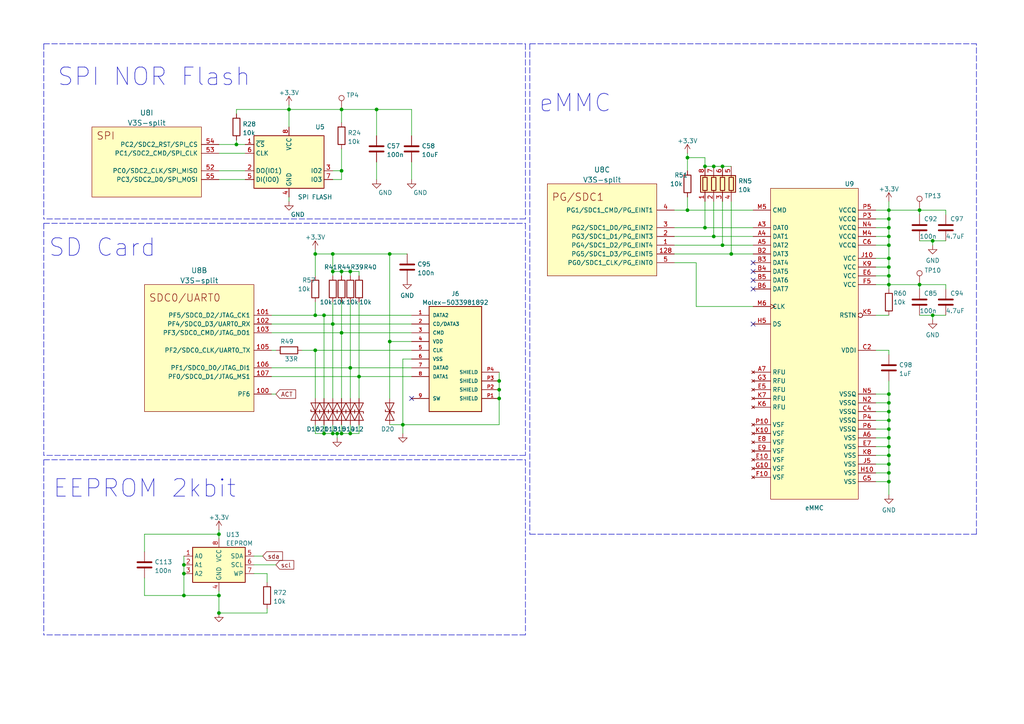
<source format=kicad_sch>
(kicad_sch (version 20211123) (generator eeschema)
  (paper "A4")
  (title_block (title "OzzyBoard") (date "2023-03-10") (rev "0.91"))
  (junction (at 199.39 60.96))
  (junction (at 257.81 121.92))
  (junction (at 63.5 154.94))
  (junction (at 270.51 69.85))
  (junction (at 257.81 127))
  (junction (at 257.81 71.12))
  (junction (at 257.81 80.01))
  (junction (at 93.98 91.44))
  (junction (at 101.6 106.68))
  (junction (at 99.06 96.52))
  (junction (at 270.51 91.44))
  (junction (at 257.81 137.16))
  (junction (at 96.52 125.73))
  (junction (at 257.81 60.96))
  (junction (at 257.81 119.38))
  (junction (at 96.52 93.98))
  (junction (at 96.52 73.66))
  (junction (at 83.82 31.75))
  (junction (at 104.14 109.22))
  (junction (at 109.22 31.75))
  (junction (at 257.81 77.47))
  (junction (at 266.7 60.96))
  (junction (at 91.44 101.6))
  (junction (at 96.52 78.74))
  (junction (at 257.81 134.62))
  (junction (at 91.44 91.44))
  (junction (at 91.44 73.66))
  (junction (at 63.5 177.8))
  (junction (at 257.81 68.58))
  (junction (at 99.06 78.74))
  (junction (at 53.34 163.83))
  (junction (at 207.01 68.58))
  (junction (at 257.81 116.84))
  (junction (at 68.58 41.91))
  (junction (at 53.34 166.37))
  (junction (at 116.84 123.19))
  (junction (at 204.47 66.04))
  (junction (at 257.81 63.5))
  (junction (at 257.81 74.93))
  (junction (at 101.6 78.74))
  (junction (at 101.6 125.73))
  (junction (at 93.98 125.73))
  (junction (at 63.5 172.72))
  (junction (at 257.81 124.46))
  (junction (at 99.06 125.73))
  (junction (at 199.39 45.72))
  (junction (at 207.01 48.26))
  (junction (at 257.81 132.08))
  (junction (at 53.34 172.72))
  (junction (at 204.47 48.26))
  (junction (at 113.03 73.66))
  (junction (at 144.78 110.49))
  (junction (at 99.06 31.75))
  (junction (at 266.7 82.55))
  (junction (at 257.81 114.3))
  (junction (at 209.55 48.26))
  (junction (at 113.03 99.06))
  (junction (at 99.06 49.53))
  (junction (at 257.81 66.04))
  (junction (at 144.78 113.03))
  (junction (at 257.81 82.55))
  (junction (at 209.55 71.12))
  (junction (at 97.79 125.73))
  (junction (at 144.78 115.57))
  (junction (at 257.81 139.7))
  (junction (at 212.09 73.66))
  (junction (at 257.81 129.54))
  (no_connect (at 119.38 115.57))
  (no_connect (at 218.44 93.98))
  (no_connect (at 218.44 78.74))
  (no_connect (at 218.44 81.28))
  (no_connect (at 218.44 76.2))
  (no_connect (at 218.44 83.82))
  (wire (pts (xy 109.22 31.75) (xy 119.38 31.75)))
  (wire (pts (xy 254 121.92) (xy 257.81 121.92)))
  (wire (pts (xy 257.81 116.84) (xy 257.81 119.38)))
  (wire (pts (xy 257.81 60.96) (xy 257.81 63.5)))
  (wire (pts (xy 254 129.54) (xy 257.81 129.54)))
  (wire (pts (xy 204.47 45.72) (xy 199.39 45.72)))
  (wire (pts (xy 257.81 58.42) (xy 257.81 60.96)))
  (wire (pts (xy 53.34 163.83) (xy 53.34 166.37)))
  (wire (pts (xy 96.52 125.73) (xy 97.79 125.73)))
  (polyline (pts (xy 283.21 154.94) (xy 283.21 12.7)))
  (wire (pts (xy 78.74 114.3) (xy 80.01 114.3)))
  (wire (pts (xy 254 68.58) (xy 257.81 68.58)))
  (wire (pts (xy 254 124.46) (xy 257.81 124.46)))
  (wire (pts (xy 68.58 33.02) (xy 68.58 31.75)))
  (wire (pts (xy 41.91 154.94) (xy 63.5 154.94)))
  (wire (pts (xy 254 137.16) (xy 257.81 137.16)))
  (polyline (pts (xy 153.67 12.7) (xy 283.21 12.7)))
  (wire (pts (xy 77.47 177.8) (xy 63.5 177.8)))
  (wire (pts (xy 257.81 127) (xy 257.81 129.54)))
  (wire (pts (xy 254 63.5) (xy 257.81 63.5)))
  (wire (pts (xy 209.55 58.42) (xy 209.55 71.12)))
  (wire (pts (xy 254 114.3) (xy 257.81 114.3)))
  (wire (pts (xy 257.81 66.04) (xy 257.81 68.58)))
  (wire (pts (xy 257.81 129.54) (xy 257.81 132.08)))
  (wire (pts (xy 195.58 66.04) (xy 204.47 66.04)))
  (polyline (pts (xy 12.7 12.7) (xy 152.4 12.7)))
  (wire (pts (xy 257.81 77.47) (xy 257.81 80.01)))
  (wire (pts (xy 254 82.55) (xy 257.81 82.55)))
  (wire (pts (xy 199.39 57.15) (xy 199.39 60.96)))
  (wire (pts (xy 63.5 172.72) (xy 63.5 171.45)))
  (wire (pts (xy 87.63 101.6) (xy 91.44 101.6)))
  (wire (pts (xy 274.32 82.55) (xy 274.32 83.82)))
  (wire (pts (xy 144.78 123.19) (xy 116.84 123.19)))
  (wire (pts (xy 254 116.84) (xy 257.81 116.84)))
  (wire (pts (xy 104.14 78.74) (xy 104.14 80.01)))
  (wire (pts (xy 113.03 73.66) (xy 113.03 99.06)))
  (wire (pts (xy 68.58 41.91) (xy 68.58 40.64)))
  (wire (pts (xy 83.82 31.75) (xy 83.82 36.83)))
  (wire (pts (xy 270.51 69.85) (xy 274.32 69.85)))
  (wire (pts (xy 254 80.01) (xy 257.81 80.01)))
  (wire (pts (xy 201.93 76.2) (xy 201.93 88.9)))
  (wire (pts (xy 113.03 99.06) (xy 119.38 99.06)))
  (wire (pts (xy 63.5 153.67) (xy 63.5 154.94)))
  (wire (pts (xy 254 119.38) (xy 257.81 119.38)))
  (wire (pts (xy 96.52 73.66) (xy 91.44 73.66)))
  (wire (pts (xy 99.06 96.52) (xy 119.38 96.52)))
  (wire (pts (xy 144.78 107.95) (xy 144.78 110.49)))
  (wire (pts (xy 101.6 125.73) (xy 104.14 125.73)))
  (wire (pts (xy 78.74 109.22) (xy 104.14 109.22)))
  (wire (pts (xy 204.47 58.42) (xy 204.47 66.04)))
  (wire (pts (xy 266.7 60.96) (xy 274.32 60.96)))
  (wire (pts (xy 96.52 93.98) (xy 96.52 115.57)))
  (wire (pts (xy 113.03 73.66) (xy 96.52 73.66)))
  (wire (pts (xy 270.51 69.85) (xy 270.51 71.12)))
  (wire (pts (xy 257.81 82.55) (xy 266.7 82.55)))
  (wire (pts (xy 99.06 43.18) (xy 99.06 49.53)))
  (wire (pts (xy 195.58 76.2) (xy 201.93 76.2)))
  (wire (pts (xy 254 77.47) (xy 257.81 77.47)))
  (wire (pts (xy 93.98 91.44) (xy 93.98 115.57)))
  (wire (pts (xy 195.58 73.66) (xy 212.09 73.66)))
  (wire (pts (xy 96.52 78.74) (xy 99.06 78.74)))
  (wire (pts (xy 199.39 45.72) (xy 199.39 49.53)))
  (wire (pts (xy 99.06 31.75) (xy 109.22 31.75)))
  (wire (pts (xy 254 101.6) (xy 257.81 101.6)))
  (wire (pts (xy 257.81 124.46) (xy 257.81 127)))
  (polyline (pts (xy 152.4 132.08) (xy 12.7 132.08)))
  (wire (pts (xy 104.14 87.63) (xy 104.14 109.22)))
  (wire (pts (xy 78.74 96.52) (xy 99.06 96.52)))
  (wire (pts (xy 53.34 172.72) (xy 63.5 172.72)))
  (wire (pts (xy 257.81 137.16) (xy 257.81 139.7)))
  (wire (pts (xy 63.5 44.45) (xy 71.12 44.45)))
  (wire (pts (xy 91.44 123.19) (xy 91.44 125.73)))
  (wire (pts (xy 101.6 78.74) (xy 104.14 78.74)))
  (wire (pts (xy 99.06 78.74) (xy 101.6 78.74)))
  (wire (pts (xy 91.44 72.39) (xy 91.44 73.66)))
  (wire (pts (xy 101.6 106.68) (xy 119.38 106.68)))
  (wire (pts (xy 97.79 125.73) (xy 97.79 127)))
  (wire (pts (xy 266.7 82.55) (xy 266.7 83.82)))
  (wire (pts (xy 99.06 87.63) (xy 99.06 96.52)))
  (wire (pts (xy 99.06 115.57) (xy 99.06 96.52)))
  (wire (pts (xy 77.47 168.91) (xy 77.47 166.37)))
  (wire (pts (xy 96.52 78.74) (xy 96.52 80.01)))
  (wire (pts (xy 96.52 123.19) (xy 96.52 125.73)))
  (wire (pts (xy 266.7 82.55) (xy 274.32 82.55)))
  (wire (pts (xy 104.14 109.22) (xy 119.38 109.22)))
  (wire (pts (xy 101.6 123.19) (xy 101.6 125.73)))
  (wire (pts (xy 109.22 39.37) (xy 109.22 31.75)))
  (wire (pts (xy 270.51 91.44) (xy 270.51 92.71)))
  (wire (pts (xy 257.81 74.93) (xy 257.81 77.47)))
  (wire (pts (xy 41.91 167.64) (xy 41.91 172.72)))
  (wire (pts (xy 257.81 80.01) (xy 257.81 82.55)))
  (polyline (pts (xy 12.7 133.35) (xy 12.7 184.15)))
  (wire (pts (xy 101.6 106.68) (xy 101.6 115.57)))
  (wire (pts (xy 204.47 48.26) (xy 207.01 48.26)))
  (wire (pts (xy 254 66.04) (xy 257.81 66.04)))
  (wire (pts (xy 96.52 93.98) (xy 119.38 93.98)))
  (polyline (pts (xy 153.67 154.94) (xy 283.21 154.94)))
  (wire (pts (xy 99.06 125.73) (xy 101.6 125.73)))
  (wire (pts (xy 257.81 114.3) (xy 257.81 116.84)))
  (wire (pts (xy 257.81 71.12) (xy 257.81 74.93)))
  (wire (pts (xy 144.78 110.49) (xy 144.78 113.03)))
  (wire (pts (xy 199.39 60.96) (xy 218.44 60.96)))
  (wire (pts (xy 119.38 104.14) (xy 116.84 104.14)))
  (wire (pts (xy 207.01 48.26) (xy 209.55 48.26)))
  (wire (pts (xy 109.22 46.99) (xy 109.22 52.07)))
  (wire (pts (xy 195.58 68.58) (xy 207.01 68.58)))
  (wire (pts (xy 116.84 123.19) (xy 116.84 125.73)))
  (wire (pts (xy 91.44 87.63) (xy 91.44 91.44)))
  (wire (pts (xy 63.5 52.07) (xy 71.12 52.07)))
  (wire (pts (xy 257.81 68.58) (xy 257.81 71.12)))
  (wire (pts (xy 91.44 91.44) (xy 93.98 91.44)))
  (wire (pts (xy 199.39 44.45) (xy 199.39 45.72)))
  (wire (pts (xy 254 71.12) (xy 257.81 71.12)))
  (wire (pts (xy 254 127) (xy 257.81 127)))
  (wire (pts (xy 119.38 39.37) (xy 119.38 31.75)))
  (wire (pts (xy 270.51 91.44) (xy 274.32 91.44)))
  (polyline (pts (xy 152.4 133.35) (xy 152.4 184.15)))
  (wire (pts (xy 91.44 101.6) (xy 91.44 115.57)))
  (wire (pts (xy 257.81 82.55) (xy 257.81 83.82)))
  (wire (pts (xy 195.58 60.96) (xy 199.39 60.96)))
  (wire (pts (xy 96.52 87.63) (xy 96.52 93.98)))
  (wire (pts (xy 104.14 125.73) (xy 104.14 123.19)))
  (wire (pts (xy 96.52 49.53) (xy 99.06 49.53)))
  (wire (pts (xy 83.82 31.75) (xy 99.06 31.75)))
  (wire (pts (xy 101.6 78.74) (xy 101.6 80.01)))
  (wire (pts (xy 195.58 71.12) (xy 209.55 71.12)))
  (wire (pts (xy 116.84 104.14) (xy 116.84 123.19)))
  (wire (pts (xy 63.5 154.94) (xy 63.5 156.21)))
  (wire (pts (xy 254 139.7) (xy 257.81 139.7)))
  (wire (pts (xy 257.81 63.5) (xy 257.81 66.04)))
  (wire (pts (xy 254 60.96) (xy 257.81 60.96)))
  (wire (pts (xy 266.7 91.44) (xy 270.51 91.44)))
  (wire (pts (xy 257.81 110.49) (xy 257.81 114.3)))
  (wire (pts (xy 91.44 101.6) (xy 119.38 101.6)))
  (wire (pts (xy 53.34 161.29) (xy 53.34 163.83)))
  (wire (pts (xy 41.91 172.72) (xy 53.34 172.72)))
  (wire (pts (xy 254 74.93) (xy 257.81 74.93)))
  (wire (pts (xy 78.74 91.44) (xy 91.44 91.44)))
  (wire (pts (xy 93.98 125.73) (xy 96.52 125.73)))
  (wire (pts (xy 257.81 101.6) (xy 257.81 102.87)))
  (wire (pts (xy 257.81 132.08) (xy 257.81 134.62)))
  (wire (pts (xy 97.79 125.73) (xy 99.06 125.73)))
  (wire (pts (xy 257.81 121.92) (xy 257.81 124.46)))
  (wire (pts (xy 144.78 115.57) (xy 144.78 123.19)))
  (wire (pts (xy 99.06 52.07) (xy 96.52 52.07)))
  (polyline (pts (xy 153.67 12.7) (xy 153.67 154.94)))
  (wire (pts (xy 113.03 73.66) (xy 118.11 73.66)))
  (wire (pts (xy 78.74 101.6) (xy 80.01 101.6)))
  (wire (pts (xy 254 91.44) (xy 257.81 91.44)))
  (wire (pts (xy 83.82 30.48) (xy 83.82 31.75)))
  (wire (pts (xy 119.38 46.99) (xy 119.38 52.07)))
  (wire (pts (xy 77.47 176.53) (xy 77.47 177.8)))
  (polyline (pts (xy 12.7 133.35) (xy 152.4 133.35)))
  (wire (pts (xy 209.55 71.12) (xy 218.44 71.12)))
  (wire (pts (xy 63.5 41.91) (xy 68.58 41.91)))
  (polyline (pts (xy 152.4 184.15) (xy 12.7 184.15)))
  (wire (pts (xy 113.03 99.06) (xy 113.03 115.57)))
  (wire (pts (xy 78.74 106.68) (xy 101.6 106.68)))
  (polyline (pts (xy 12.7 64.77) (xy 152.4 64.77)))
  (wire (pts (xy 274.32 60.96) (xy 274.32 62.23)))
  (wire (pts (xy 212.09 58.42) (xy 212.09 73.66)))
  (wire (pts (xy 201.93 88.9) (xy 218.44 88.9)))
  (wire (pts (xy 99.06 31.75) (xy 99.06 35.56)))
  (wire (pts (xy 254 132.08) (xy 257.81 132.08)))
  (wire (pts (xy 113.03 123.19) (xy 116.84 123.19)))
  (polyline (pts (xy 152.4 63.5) (xy 12.7 63.5)))
  (wire (pts (xy 71.12 41.91) (xy 68.58 41.91)))
  (wire (pts (xy 41.91 160.02) (xy 41.91 154.94)))
  (wire (pts (xy 77.47 166.37) (xy 73.66 166.37)))
  (wire (pts (xy 99.06 78.74) (xy 99.06 80.01)))
  (polyline (pts (xy 152.4 12.7) (xy 152.4 63.5)))
  (wire (pts (xy 63.5 49.53) (xy 71.12 49.53)))
  (wire (pts (xy 83.82 57.15) (xy 83.82 58.42)))
  (wire (pts (xy 257.81 139.7) (xy 257.81 143.51)))
  (wire (pts (xy 207.01 68.58) (xy 218.44 68.58)))
  (wire (pts (xy 266.7 60.96) (xy 266.7 62.23)))
  (wire (pts (xy 99.06 123.19) (xy 99.06 125.73)))
  (wire (pts (xy 212.09 73.66) (xy 218.44 73.66)))
  (wire (pts (xy 93.98 123.19) (xy 93.98 125.73)))
  (wire (pts (xy 257.81 60.96) (xy 266.7 60.96)))
  (wire (pts (xy 266.7 69.85) (xy 270.51 69.85)))
  (wire (pts (xy 63.5 172.72) (xy 63.5 177.8)))
  (wire (pts (xy 104.14 109.22) (xy 104.14 115.57)))
  (wire (pts (xy 204.47 45.72) (xy 204.47 48.26)))
  (wire (pts (xy 96.52 73.66) (xy 96.52 78.74)))
  (wire (pts (xy 93.98 91.44) (xy 119.38 91.44)))
  (wire (pts (xy 78.74 93.98) (xy 96.52 93.98)))
  (wire (pts (xy 101.6 87.63) (xy 101.6 106.68)))
  (wire (pts (xy 80.01 163.83) (xy 73.66 163.83)))
  (wire (pts (xy 257.81 119.38) (xy 257.81 121.92)))
  (wire (pts (xy 68.58 31.75) (xy 83.82 31.75)))
  (wire (pts (xy 76.2 161.29) (xy 73.66 161.29)))
  (wire (pts (xy 254 134.62) (xy 257.81 134.62)))
  (polyline (pts (xy 152.4 64.77) (xy 152.4 132.08)))
  (wire (pts (xy 257.81 134.62) (xy 257.81 137.16)))
  (wire (pts (xy 204.47 66.04) (xy 218.44 66.04)))
  (polyline (pts (xy 12.7 64.77) (xy 12.7 132.08)))
  (wire (pts (xy 91.44 125.73) (xy 93.98 125.73)))
  (wire (pts (xy 91.44 73.66) (xy 91.44 80.01)))
  (polyline (pts (xy 12.7 12.7) (xy 12.7 63.5)))
  (wire (pts (xy 99.06 49.53) (xy 99.06 52.07)))
  (wire (pts (xy 207.01 58.42) (xy 207.01 68.58)))
  (wire (pts (xy 209.55 48.26) (xy 212.09 48.26)))
  (wire (pts (xy 53.34 166.37) (xy 53.34 172.72)))
  (wire (pts (xy 144.78 113.03) (xy 144.78 115.57)))
  (text "SD Card\n" (at 13.97 74.93 0) (effects (font (size 5.08 5.08)) (justify left bottom)))
  (text "EEPROM 2kbit" (at 15.24 144.78 0) (effects (font (size 5.08 5.08)) (justify left bottom)))
  (text "SPI NOR Flash" (at 16.51 25.4 0) (effects (font (size 5.08 5.08)) (justify left bottom)))
  (text "eMMC" (at 156.21 33.02 0) (effects (font (size 5.08 5.08)) (justify left bottom)))
  (global_label "scl" (shape input) (at 80.01 163.83 0) (property "Intersheet References" "${INTERSHEET_REFS}" (effects hide)))
  (global_label "sda" (shape input) (at 76.2 161.29 0) (property "Intersheet References" "${INTERSHEET_REFS}" (effects hide)))
  (global_label "ACT" (shape input) (at 80.01 114.3 0) (property "Intersheet References" "${INTERSHEET_REFS}" (effects hide)))
  (symbol (lib_id "Memory_EEPROM:CAT24C256") (at 63.5 163.83 0) (unit 1)
    (property "Reference" "U13" (at 65.5194 155.0502 0) (effects (justify left)))
    (property "Value" "EEPROM" (at 65.5194 157.5871 0) (effects (justify left)))
    (property "Footprint" "Package_SO:SOIC-8_3.9x4.9mm_P1.27mm" (effects hide))
    (property "Datasheet" "https://www.onsemi.cn/PowerSolutions/document/CAT24C256-D.PDF" (effects hide))
    (property "LCSC" "C7562" (effects hide))
  )
  (symbol (lib_id "power:GND") (at 83.82 58.42 0) (unit 1)
    (property "Reference" "#PWR0130" (effects hide))
    (property "Value" "GND" (at 86.36 62.23 0))
  )
  (symbol (lib_id "Memory_Flash:W25Q128JVS") (at 83.82 46.99 0) (unit 1)
    (property "Reference" "U5" (at 91.44 36.83 0) (effects (justify left)))
    (property "Value" "SPI FLASH" (at 86.36 57.15 0) (effects (justify left)))
    (property "Footprint" "Package_SO:SOIC-8_5.23x5.23mm_P1.27mm" (effects hide))
    (property "Datasheet" "http://www.winbond.com/resource-files/w25q128jv_dtr%20revc%2003272018%20plus.pdf" (effects hide))
    (property "LCSC" "C97521" (effects hide))
  )
  (symbol (lib_id "Device:R") (at 257.81 87.63 0) (unit 1)
    (property "Reference" "R60" (at 259.08 85.09 0) (effects (justify left)))
    (property "Value" "10k" (at 259.08 87.63 0) (effects (justify left)))
    (property "Footprint" "Resistor_SMD:R_0402_1005Metric" (effects hide))
    (property "LCSC" "C25744" (effects hide))
  )
  (symbol (lib_id "Device:R") (at 104.14 83.82 0) (unit 1)
    (property "Reference" "R40" (at 105.41 77.47 0) (effects (justify left)))
    (property "Value" "10k" (at 104.14 87.63 0) (effects (justify left)))
    (property "Footprint" "Resistor_SMD:R_0402_1005Metric" (effects hide))
    (property "LCSC" "C25744" (effects hide))
  )
  (symbol (lib_id "power:+3.3V") (at 257.81 58.42 0) (unit 1)
    (property "Reference" "#PWR0138" (effects hide))
    (property "Value" "+3.3V" (at 257.81 54.8442 0))
  )
  (symbol (lib_id "Device:C") (at 266.7 87.63 0) (unit 1)
    (property "Reference" "C85" (at 267.97 85.09 0) (effects (justify left)))
    (property "Value" "100n" (at 266.7 90.17 0) (effects (justify left)))
    (property "Footprint" "Capacitor_SMD:C_0402_1005Metric" (effects hide))
    (property "LCSC" "C1525" (effects hide))
  )
  (symbol (lib_id "Device:R") (at 77.47 172.72 0) (unit 1)
    (property "Reference" "R72" (at 79.248 171.8853 0) (effects (justify left)))
    (property "Value" "10k" (at 79.248 174.4222 0) (effects (justify left)))
    (property "Footprint" "Resistor_SMD:R_0402_1005Metric" (effects hide))
    (property "LCSC" "C25744" (effects hide))
  )
  (symbol (lib_id "Device:R") (at 99.06 83.82 0) (unit 1)
    (property "Reference" "R44" (at 97.79 77.47 0) (effects (justify left)))
    (property "Value" "10k" (at 96.52 87.63 0) (effects (justify left)))
    (property "Footprint" "Resistor_SMD:R_0402_1005Metric" (effects hide))
    (property "LCSC" "C25744" (effects hide))
  )
  (symbol (lib_id "Device:R") (at 83.82 101.6 270) (unit 1)
    (property "Reference" "R49" (at 81.28 99.06 90) (effects (justify left)))
    (property "Value" "33R" (at 82.55 104.14 90) (effects (justify left)))
    (property "Footprint" "Resistor_SMD:R_0402_1005Metric" (effects hide))
    (property "LCSC" "C25105" (effects hide))
  )
  (symbol (lib_id "power:+3.3V") (at 199.39 44.45 0) (unit 1)
    (property "Reference" "#PWR0137" (effects hide))
    (property "Value" "+3.3V" (at 199.39 40.8742 0))
  )
  (symbol (lib_id "Device:R") (at 101.6 83.82 0) (unit 1)
    (property "Reference" "R39" (at 101.6 77.47 0) (effects (justify left)))
    (property "Value" "10k" (at 100.33 87.63 0) (effects (justify left)))
    (property "Footprint" "Resistor_SMD:R_0402_1005Metric" (effects hide))
    (property "LCSC" "C25744" (effects hide))
  )
  (symbol (lib_id "power:GND") (at 119.38 52.07 0) (unit 1)
    (property "Reference" "#PWR0144" (effects hide))
    (property "Value" "GND" (at 121.92 55.88 0))
  )
  (symbol (lib_id "Device:R") (at 99.06 39.37 0) (unit 1)
    (property "Reference" "R24" (at 100.838 38.5353 0) (effects (justify left)))
    (property "Value" "10k" (at 100.838 41.0722 0) (effects (justify left)))
    (property "Footprint" "Resistor_SMD:R_0402_1005Metric" (effects hide))
    (property "LCSC" "C25744" (effects hide))
  )
  (symbol (lib_id "Connector:TestPoint") (at 99.06 31.75 0) (unit 1) (in_bom no)
    (property "Reference" "TP4" (at 100.457 27.6133 0) (effects (justify left)))
    (property "Value" "TestPoint" (effects hide))
    (property "Footprint" "TestPoint:TestPoint_Pad_D1.0mm" (effects hide))
  )
  (symbol (lib_id "Device:C") (at 274.32 87.63 0) (unit 1)
    (property "Reference" "C94" (at 275.59 85.09 0) (effects (justify left)))
    (property "Value" "4.7uF" (at 274.32 90.17 0) (effects (justify left)))
    (property "Footprint" "Capacitor_SMD:C_0402_1005Metric" (effects hide))
    (property "LCSC" "C23733" (effects hide))
  )
  (symbol (lib_id "Device:C") (at 266.7 66.04 0) (unit 1)
    (property "Reference" "C92" (at 267.97 63.5 0) (effects (justify left)))
    (property "Value" "100n" (at 266.7 68.58 0) (effects (justify left)))
    (property "Footprint" "Capacitor_SMD:C_0402_1005Metric" (effects hide))
    (property "LCSC" "C1525" (effects hide))
  )
  (symbol (lib_id "Device:C") (at 109.22 43.18 0) (unit 1)
    (property "Reference" "C57" (at 112.141 42.3453 0) (effects (justify left)))
    (property "Value" "100n" (at 112.141 44.8822 0) (effects (justify left)))
    (property "Footprint" "Capacitor_SMD:C_0402_1005Metric" (effects hide))
    (property "LCSC" "C1525" (effects hide))
  )
  (symbol (lib_id "Diode:ESD9B3.3ST5G") (at 101.6 119.38 270) (unit 1)
    (property "Reference" "D14" (at 99.06 124.46 90) (effects (justify left)))
    (property "Value" "ESD5451X-2/TR" (effects hide))
    (property "Footprint" "ESD:ESD5451X-2" (effects hide))
    (property "LCSC" "C239558" (effects hide))
  )
  (symbol (lib_id "Connector:TestPoint") (at 266.7 60.96 0) (unit 1) (in_bom no)
    (property "Reference" "TP13" (at 268.097 56.8233 0) (effects (justify left)))
    (property "Value" "TestPoint" (effects hide))
    (property "Footprint" "TestPoint:TestPoint_Pad_D1.0mm" (effects hide))
  )
  (symbol (lib_id "Diode:ESD9B3.3ST5G") (at 91.44 119.38 270) (unit 1)
    (property "Reference" "D16" (at 88.9 124.46 90) (effects (justify left)))
    (property "Value" "ESD5451X-2/TR" (effects hide))
    (property "Footprint" "ESD:ESD5451X-2" (effects hide))
    (property "LCSC" "C239558" (effects hide))
  )
  (symbol (lib_id "Device:C") (at 257.81 106.68 0) (unit 1)
    (property "Reference" "C98" (at 260.731 105.8453 0) (effects (justify left)))
    (property "Value" "1uF" (at 260.731 108.3822 0) (effects (justify left)))
    (property "Footprint" "Capacitor_SMD:C_0402_1005Metric" (effects hide))
    (property "LCSC" "C52923" (effects hide))
  )
  (symbol (lib_id "Device:C") (at 118.11 77.47 0) (unit 1)
    (property "Reference" "C95" (at 121.031 76.6353 0) (effects (justify left)))
    (property "Value" "100n" (at 121.031 79.1722 0) (effects (justify left)))
    (property "Footprint" "Capacitor_SMD:C_0402_1005Metric" (effects hide))
    (property "LCSC" "C1525" (effects hide))
  )
  (symbol (lib_id "power:GND") (at 257.81 143.51 0) (unit 1)
    (property "Reference" "#PWR0139" (effects hide))
    (property "Value" "GND" (at 257.81 147.9534 0))
  )
  (symbol (lib_id "power:GND") (at 118.11 81.28 0) (unit 1)
    (property "Reference" "#PWR015" (effects hide))
    (property "Value" "GND" (at 118.11 85.7234 0))
  )
  (symbol (lib_id "power:GND") (at 97.79 127 0) (unit 1)
    (property "Reference" "#PWR014" (effects hide))
    (property "Value" "GND" (effects hide))
  )
  (symbol (lib_id "power:GND") (at 270.51 92.71 0) (unit 1)
    (property "Reference" "#PWR0141" (effects hide))
    (property "Value" "GND" (at 270.51 97.1534 0))
  )
  (symbol (lib_id "Diode:ESD9B3.3ST5G") (at 113.03 119.38 270) (unit 1)
    (property "Reference" "D20" (at 110.49 124.46 90) (effects (justify left)))
    (property "Value" "ESD5451X-2/TR" (effects hide))
    (property "Footprint" "ESD:ESD5451X-2" (effects hide))
    (property "LCSC" "C239558" (effects hide))
  )
  (symbol (lib_id "power:GND") (at 116.84 125.73 0) (unit 1)
    (property "Reference" "#PWR016" (effects hide))
    (property "Value" "GND" (effects hide))
  )
  (symbol (lib_id "Device:C") (at 119.38 43.18 0) (unit 1)
    (property "Reference" "C58" (at 122.301 42.3453 0) (effects (justify left)))
    (property "Value" "10uF" (at 122.301 44.8822 0) (effects (justify left)))
    (property "Footprint" "Capacitor_SMD:C_0603_1608Metric" (effects hide))
    (property "LCSC" "C19702" (effects hide))
  )
  (symbol (lib_id "power:+3.3V") (at 63.5 153.67 0) (unit 1)
    (property "Reference" "#PWR0167" (effects hide))
    (property "Value" "+3.3V" (at 63.5 150.0942 0))
  )
  (symbol (lib_id "power:GND") (at 270.51 71.12 0) (unit 1)
    (property "Reference" "#PWR0140" (effects hide))
    (property "Value" "GND" (at 270.51 75.5634 0))
  )
  (symbol (lib_id "Device:C") (at 41.91 163.83 0) (unit 1)
    (property "Reference" "C113" (at 44.831 162.9953 0) (effects (justify left)))
    (property "Value" "100n" (at 44.831 165.5322 0) (effects (justify left)))
    (property "Footprint" "Capacitor_SMD:C_0402_1005Metric" (effects hide))
    (property "LCSC" "C1525" (effects hide))
  )
  (symbol (lib_id "power:+3.3V") (at 91.44 72.39 0) (unit 1)
    (property "Reference" "#PWR013" (effects hide))
    (property "Value" "+3.3V" (at 91.44 68.8142 0))
  )
  (symbol (lib_id "Allwinner:V3S-split") (at 176.53 118.11 0) (unit 3)
    (property "Reference" "U8" (at 174.625 49.231 0) (effects (font (size 1.4986 1.4986))))
    (property "Value" "V3S-split" (at 174.625 52.1787 0) (effects (font (size 1.4986 1.4986))))
    (property "Footprint" "Allwinner:V3s-ELQFP-128" (effects hide))
    (property "LCSC" "C2687449" (effects hide))
  )
  (symbol (lib_id "Device:R") (at 68.58 36.83 0) (unit 1)
    (property "Reference" "R28" (at 70.358 35.9953 0) (effects (justify left)))
    (property "Value" "10k" (at 70.358 38.5322 0) (effects (justify left)))
    (property "Footprint" "Resistor_SMD:R_0402_1005Metric" (effects hide))
    (property "LCSC" "C25744" (effects hide))
  )
  (symbol (lib_id "Device:C") (at 274.32 66.04 0) (unit 1)
    (property "Reference" "C97" (at 275.59 63.5 0) (effects (justify left)))
    (property "Value" "4.7uF" (at 274.32 68.58 0) (effects (justify left)))
    (property "Footprint" "Capacitor_SMD:C_0402_1005Metric" (effects hide))
    (property "LCSC" "C23733" (effects hide))
  )
  (symbol (lib_id "Diode:ESD9B3.3ST5G") (at 104.14 119.38 270) (unit 1)
    (property "Reference" "D12" (at 101.6 124.46 90) (effects (justify left)))
    (property "Value" "ESD5451X-2/TR" (effects hide))
    (property "Footprint" "ESD:ESD5451X-2" (effects hide))
    (property "LCSC" "C239558" (effects hide))
  )
  (symbol (lib_id "power:GND") (at 63.5 177.8 0) (unit 1)
    (property "Reference" "#PWR0169" (effects hide))
    (property "Value" "GND" (effects hide))
  )
  (symbol (lib_id "Device:R") (at 91.44 83.82 0) (unit 1)
    (property "Reference" "R57" (at 87.63 81.28 0) (effects (justify left)))
    (property "Value" "10k" (at 86.36 83.82 0) (effects (justify left)))
    (property "Footprint" "Resistor_SMD:R_0402_1005Metric" (effects hide))
    (property "LCSC" "C25744" (effects hide))
  )
  (symbol (lib_id "Diode:ESD9B3.3ST5G") (at 99.06 119.38 270) (unit 1)
    (property "Reference" "D15" (at 96.52 124.46 90) (effects (justify left)))
    (property "Value" "ESD5451X-2/TR" (effects hide))
    (property "Footprint" "ESD:ESD5451X-2" (effects hide))
    (property "LCSC" "C239558" (effects hide))
  )
  (symbol (lib_id "power:GND") (at 109.22 52.07 0) (unit 1)
    (property "Reference" "#PWR0129" (effects hide))
    (property "Value" "GND" (at 111.76 55.88 0))
  )
  (symbol (lib_id "emmc:FEMDRM008G-58A39_NO_NC") (at 241.3 95.25 0) (unit 1)
    (property "Reference" "U9" (at 246.38 53.34 0))
    (property "Value" "eMMC" (at 236.22 147.32 0))
    (property "Footprint" "EMMC:EMMC_JLCP" (effects hide))
    (property "LCSC" "C719499" (effects hide))
  )
  (symbol (lib_id "47352-1001:47352-1001") (at 132.08 104.14 0) (unit 1)
    (property "Reference" "J6" (at 132.08 85.2002 0))
    (property "Value" "Molex-5033981892" (at 132.08 87.7371 0))
    (property "Footprint" "custom:MOLEX_503398-1892" (effects hide))
    (property "LCSC" "C428492" (effects hide))
  )
  (symbol (lib_id "Diode:ESD9B3.3ST5G") (at 96.52 119.38 270) (unit 1)
    (property "Reference" "D13" (at 93.98 124.46 90) (effects (justify left)))
    (property "Value" "ESD5451X-2/TR" (effects hide))
    (property "Footprint" "ESD:ESD5451X-2" (effects hide))
    (property "LCSC" "C239558" (effects hide))
  )
  (symbol (lib_id "Device:R") (at 96.52 83.82 0) (unit 1)
    (property "Reference" "R41" (at 93.98 77.47 0) (effects (justify left)))
    (property "Value" "10k" (at 92.71 87.63 0) (effects (justify left)))
    (property "Footprint" "Resistor_SMD:R_0402_1005Metric" (effects hide))
    (property "LCSC" "C25744" (effects hide))
  )
  (symbol (lib_id "Device:R_Pack04") (at 209.55 53.34 0) (unit 1)
    (property "Reference" "RN5" (at 214.122 52.5053 0) (effects (justify left)))
    (property "Value" "10k" (at 214.122 55.0422 0) (effects (justify left)))
    (property "Footprint" "Resistor_SMD:R_Array_Concave_4x0402" (effects hide))
    (property "LCSC" "C25725" (effects hide))
  )
  (symbol (lib_name "V3S-split_1") (lib_id "Allwinner:V3S-split") (at 44.45 101.6 0) (unit 9)
    (property "Reference" "U8" (at 42.545 32.721 0) (effects (font (size 1.4986 1.4986))))
    (property "Value" "V3S-split" (at 42.545 35.6687 0) (effects (font (size 1.4986 1.4986))))
    (property "Footprint" "Allwinner:V3s-ELQFP-128" (effects hide))
    (property "LCSC" "C2687449" (effects hide))
  )
  (symbol (lib_name "V3S-split_2") (lib_id "Allwinner:V3S-split") (at 59.69 147.32 0) (unit 2)
    (property "Reference" "U8" (at 57.785 78.441 0) (effects (font (size 1.4986 1.4986))))
    (property "Value" "V3S-split" (at 57.785 81.3887 0) (effects (font (size 1.4986 1.4986))))
    (property "Footprint" "Allwinner:V3s-ELQFP-128" (effects hide))
    (property "LCSC" "C2687449" (effects hide))
  )
  (symbol (lib_id "power:+3.3V") (at 83.82 30.48 0) (unit 1)
    (property "Reference" "#PWR0128" (effects hide))
    (property "Value" "+3.3V" (at 83.82 26.9042 0))
  )
  (symbol (lib_id "Device:R") (at 199.39 53.34 0) (unit 1)
    (property "Reference" "R51" (at 195.58 50.8 0) (effects (justify left)))
    (property "Value" "10k" (at 194.31 53.34 0) (effects (justify left)))
    (property "Footprint" "Resistor_SMD:R_0402_1005Metric" (effects hide))
    (property "LCSC" "C25744" (effects hide))
  )
  (symbol (lib_id "Diode:ESD9B3.3ST5G") (at 93.98 119.38 270) (unit 1)
    (property "Reference" "D21" (at 91.44 124.46 90) (effects (justify left)))
    (property "Value" "ESD5451X-2/TR" (effects hide))
    (property "Footprint" "ESD:ESD5451X-2" (effects hide))
    (property "LCSC" "C239558" (effects hide))
  )
  (symbol (lib_id "Connector:TestPoint") (at 266.7 82.55 0) (unit 1) (in_bom no)
    (property "Reference" "TP10" (at 268.097 78.4133 0) (effects (justify left)))
    (property "Value" "TestPoint" (effects hide))
    (property "Footprint" "TestPoint:TestPoint_Pad_D1.0mm" (effects hide))
  )
)
</source>
